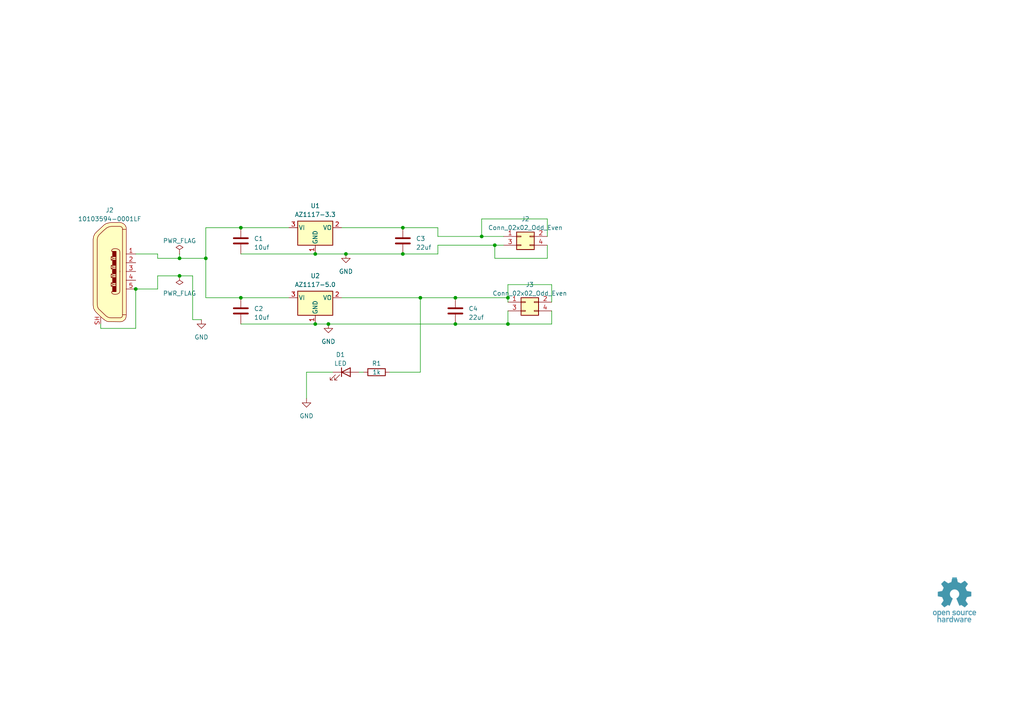
<source format=kicad_sch>
(kicad_sch (version 20220126) (generator eeschema)
  (paper "A4")
  (title_block (title "breadboard") (date "2022-09-05") (company "company"))
  (lib_symbols
    (symbol "Connector_Generic:Conn_02x02_Odd_Even" (pin_names (offset 1.016) hide)
      (property "Reference" "J" (at 1.27 2.54 0))
      (property "Value" "Conn_02x02_Odd_Even" (at 1.27 -5.08 0))
      (symbol "Conn_02x02_Odd_Even_1_1"
        (rectangle (start -1.27 -2.413) (end 0 -2.667) (stroke (width 0.1524)))
        (rectangle (start -1.27 0.127) (end 0 -0.127) (stroke (width 0.1524)))
        (rectangle (start -1.27 1.27) (end 3.81 -3.81) (stroke (width 0.254)) (fill (type background)))
        (rectangle (start 3.81 -2.413) (end 2.54 -2.667) (stroke (width 0.1524)))
        (rectangle (start 3.81 0.127) (end 2.54 -0.127) (stroke (width 0.1524)))
        (pin passive line (at -5.08 0 0) (length 3.81) (name "Pin_1") (number "1"))
        (pin passive line (at 7.62 0 180) (length 3.81) (name "Pin_2") (number "2"))
        (pin passive line (at -5.08 -2.54 0) (length 3.81) (name "Pin_3") (number "3"))
        (pin passive line (at 7.62 -2.54 180) (length 3.81) (name "Pin_4") (number "4"))
      )
    )
    (symbol "Device:C" (pin_numbers hide) (pin_names (offset 0.254))
      (property "Reference" "C" (at 0.635 2.54 0))
      (property "Value" "C" (at 0.635 -2.54 0))
      (symbol "C_0_1"
        (polyline (pts (xy -2.032 -0.762) (xy 2.032 -0.762)) (stroke (width 0.508)))
        (polyline (pts (xy -2.032 0.762) (xy 2.032 0.762)) (stroke (width 0.508)))
      )
      (symbol "C_1_1"
        (pin passive line (at 0 3.81 270) (length 2.794) (name "~") (number "1"))
        (pin passive line (at 0 -3.81 90) (length 2.794) (name "~") (number "2"))
      )
    )
    (symbol "Device:LED" (pin_numbers hide) (pin_names (offset 1.016) hide)
      (property "Reference" "D" (at 0 2.54 0))
      (property "Value" "LED" (at 0 -2.54 0))
      (symbol "LED_0_1"
        (polyline (pts (xy -1.27 -1.27) (xy -1.27 1.27)) (stroke (width 0.254)))
        (polyline (pts (xy -1.27 0) (xy 1.27 0)))
        (polyline (pts (xy 1.27 -1.27) (xy 1.27 1.27) (xy -1.27 0) (xy 1.27 -1.27)) (stroke (width 0.254)))
        (polyline (pts (xy -3.048 -0.762) (xy -4.572 -2.286) (xy -3.81 -2.286) (xy -4.572 -2.286) (xy -4.572 -1.524)))
        (polyline (pts (xy -1.778 -0.762) (xy -3.302 -2.286) (xy -2.54 -2.286) (xy -3.302 -2.286) (xy -3.302 -1.524)))
      )
      (symbol "LED_1_1"
        (pin passive line (at -3.81 0 0) (length 2.54) (name "K") (number "1"))
        (pin passive line (at 3.81 0 180) (length 2.54) (name "A") (number "2"))
      )
    )
    (symbol "Device:R" (pin_numbers hide) (pin_names (offset 0))
      (property "Reference" "R" (at 2.032 0 90))
      (property "Value" "R" (at 0 0 90))
      (symbol "R_0_1"
        (rectangle (start -1.016 -2.54) (end 1.016 2.54) (stroke (width 0.254)))
      )
      (symbol "R_1_1"
        (pin passive line (at 0 3.81 270) (length 1.27) (name "~") (number "1"))
        (pin passive line (at 0 -3.81 90) (length 1.27) (name "~") (number "2"))
      )
    )
    (symbol "Regulator_Linear:AZ1117-3.3" (pin_names (offset 0.254))
      (property "Reference" "U" (at -3.81 3.175 0))
      (property "Value" "AZ1117-3.3" (at 0 3.175 0))
      (symbol "AZ1117-3.3_0_1"
        (rectangle (start -5.08 1.905) (end 5.08 -5.08) (stroke (width 0.254)) (fill (type background)))
      )
      (symbol "AZ1117-3.3_1_1"
        (pin power_in line (at 0 -7.62 90) (length 2.54) (name "GND") (number "1"))
        (pin power_out line (at 7.62 0 180) (length 2.54) (name "VO") (number "2"))
        (pin power_in line (at -7.62 0 0) (length 2.54) (name "VI") (number "3"))
      )
    )
    (symbol "Regulator_Linear:AZ1117-5.0" (pin_names (offset 0.254))
      (property "Reference" "U" (at -3.81 3.175 0))
      (property "Value" "AZ1117-5.0" (at 0 3.175 0))
      (symbol "AZ1117-5.0_0_1"
        (rectangle (start -5.08 1.905) (end 5.08 -5.08) (stroke (width 0.254)) (fill (type background)))
      )
      (symbol "AZ1117-5.0_1_1"
        (pin power_in line (at 0 -7.62 90) (length 2.54) (name "GND") (number "1"))
        (pin power_out line (at 7.62 0 180) (length 2.54) (name "VO") (number "2"))
        (pin power_in line (at -7.62 0 0) (length 2.54) (name "VI") (number "3"))
      )
    )
    (symbol "dk_USB-DVI-HDMI-Connectors:10103594-0001LF" (pin_names (offset 1.016))
      (property "Reference" "J" (at -6.35 12.7 0))
      (property "Value" "10103594-0001LF" (at -7.62 -15.24 90))
      (symbol "10103594-0001LF_1_1"
        (rectangle (start -0.381 -4.318) (end 0.635 -5.842) (fill (type outline)))
        (rectangle (start -0.381 -3.302) (end 0.635 -1.778) (fill (type outline)))
        (rectangle (start -0.381 -0.635) (end 0.635 0.381) (fill (type outline)))
        (rectangle (start -0.381 0.635) (end 0.635 -0.381) (fill (type outline)))
        (rectangle (start -0.381 3.302) (end 0.635 1.778) (fill (type outline)))
        (rectangle (start -0.381 4.318) (end 0.635 5.842) (fill (type outline)))
        (polyline (pts (xy 2.5146 12.2428) (xy 2.5146 -12.5476)))
        (polyline (pts (xy -0.7874 -4.2926) (xy -0.7874 -3.2766) (xy 0.6096 -3.2766) (xy 0.6096 -4.2926) (xy -0.7874 -4.2926) (xy -0.1524 -3.7846) (xy -0.7874 -3.2766) (xy 0.6096 -3.2766) (xy 0.6096 -3.7846) (xy -0.1524 -3.7846)))
        (polyline (pts (xy -0.7874 -1.7526) (xy -0.7874 -0.7366) (xy 0.6096 -0.7366) (xy 0.6096 -1.7526) (xy -0.7874 -1.7526) (xy -0.1524 -1.2446) (xy -0.7874 -0.7366) (xy 0.6096 -0.7366) (xy 0.6096 -1.2446) (xy -0.1524 -1.2446)))
        (polyline (pts (xy -0.7874 1.7526) (xy -0.7874 0.7366) (xy 0.6096 0.7366) (xy 0.6096 1.7526) (xy -0.7874 1.7526) (xy -0.1524 1.2446) (xy -0.7874 0.7366) (xy 0.6096 0.7366) (xy 0.6096 1.2446) (xy -0.1524 1.2446)))
        (polyline (pts (xy -0.7874 4.2926) (xy -0.7874 3.2766) (xy 0.6096 3.2766) (xy 0.6096 4.2926) (xy -0.7874 4.2926) (xy -0.1524 3.7846) (xy -0.7874 3.2766) (xy 0.6096 3.2766) (xy 0.6096 3.7846) (xy -0.1524 3.7846)))
        (polyline (pts (xy 0.635 -0.0254) (xy 0.635 5.842) (xy -0.635 5.842) (xy -0.635 6.1468) (xy -0.4572 6.4262) (xy -0.0762 6.5786) (xy 0.381 6.6294) (xy 0.9906 6.5532) (xy 1.4478 6.3246) (xy 1.6764 6.0706) (xy 1.7526 5.6388) (xy 1.7526 4.8006) (xy 1.7526 -0.127)))
        (polyline (pts (xy 0.635 0.0254) (xy 0.635 -5.842) (xy -0.635 -5.842) (xy -0.635 -6.1468) (xy -0.4572 -6.4262) (xy -0.0762 -6.5786) (xy 0.381 -6.6294) (xy 0.9906 -6.5532) (xy 1.4478 -6.3246) (xy 1.6764 -6.0706) (xy 1.7526 -5.6388) (xy 1.7526 -4.8006) (xy 1.7526 0.127)))
        (polyline (pts (xy 3.5814 -12.5476) (xy 2.5654 -12.5476) (xy 2.5146 -12.5476) (xy 2.5146 -12.9032) (xy 2.3368 -13.2334) (xy 2.159 -13.3604) (xy 1.9558 -13.4366) (xy -0.8128 -13.4366) (xy -1.2192 -13.4112) (xy -1.6002 -13.3096) (xy -1.9304 -13.1318) (xy -2.2606 -12.9032) (xy -4.4196 -10.8458) (xy -4.6736 -10.3886) (xy -4.8006 -9.779) (xy -4.826 -8.636) (xy -4.826 9.2202) (xy -4.8006 9.4234) (xy -4.7244 9.8298) (xy -4.572 10.1854) (xy -4.2926 10.6172) (xy -3.0226 11.8364) (xy -2.1336 12.5984) (xy -1.6002 12.8778) (xy -1.1938 13.0048) (xy -0.6604 13.081) (xy 1.8034 13.081) (xy 2.0574 13.0048) (xy 2.3114 12.8524) (xy 2.5146 12.5222) (xy 2.5146 12.2174) (xy 3.5814 12.2174)))
        (polyline (pts (xy 3.5814 -11.4808) (xy 3.5814 -12.8016) (xy 3.5052 -13.4366) (xy 3.302 -13.8684) (xy 2.7686 -14.3256) (xy 2.3114 -14.5288) (xy 1.8288 -14.605) (xy -1.5494 -14.5542) (xy -1.9812 -14.4526) (xy -2.5146 -14.1986) (xy -3.4798 -13.4366) (xy -4.826 -12.1412) (xy -5.2832 -11.6586) (xy -5.6388 -11.1506) (xy -5.8928 -10.5918) (xy -6.0198 -9.7536) (xy -6.0198 9.3726) (xy -5.8674 10.0838) (xy -5.7404 10.4648) (xy -5.4864 10.9728) (xy -4.8768 11.6078) (xy -2.7178 13.589) (xy -2.2352 13.8684) (xy -1.8288 14.0208) (xy -1.1938 14.1224) (xy -0.7112 14.1732) (xy 2.0066 14.1732) (xy 2.4892 14.0208) (xy 2.9464 13.7414) (xy 3.175 13.5128) (xy 3.429 13.1572) (xy 3.556 12.8524) (xy 3.5814 12.446) (xy 3.5814 -11.5062)) (fill (type background)))
        (pin passive line (at 6.35 5.08 180) (length 2.794) (name "~") (number "1"))
        (pin passive line (at 6.35 2.54 180) (length 2.794) (name "~") (number "2"))
        (pin passive line (at 6.35 0 180) (length 2.794) (name "~") (number "3"))
        (pin passive line (at 6.35 -2.54 180) (length 2.794) (name "~") (number "4"))
        (pin passive line (at 6.35 -5.08 180) (length 2.794) (name "~") (number "5"))
        (pin passive line (at -3.81 -15.24 90) (length 2.032) (name "~") (number "SH"))
      )
    )
    (symbol "power:GND" (power) (pin_names (offset 0))
      (property "Value" "GND" (at 0 -3.81 0))
      (symbol "GND_0_1"
        (polyline (pts (xy 0 0) (xy 0 -1.27) (xy 1.27 -1.27) (xy 0 -2.54) (xy -1.27 -1.27) (xy 0 -1.27)))
      )
      (symbol "GND_1_1"
        (pin power_in line (at 0 0 270) (length 0) hide (name "GND") (number "1"))
      )
    )
    (symbol "power:PWR_FLAG" (power) (pin_numbers hide) (pin_names (offset 0) hide)
      (property "Value" "PWR_FLAG" (at 0 3.81 0))
      (symbol "PWR_FLAG_0_0"
        (pin power_out line (at 0 0 90) (length 0) (name "pwr") (number "1"))
      )
      (symbol "PWR_FLAG_0_1"
        (polyline (pts (xy 0 0) (xy 0 1.27) (xy -1.016 1.905) (xy 0 2.54) (xy 1.016 1.905) (xy 0 1.27)))
      )
    )
  )
  (junction (at 116.84 66.04))
  (junction (at 100.33 73.66))
  (junction (at 139.7 68.58))
  (junction (at 121.92 86.36))
  (junction (at 39.37 83.82))
  (junction (at 91.44 93.98))
  (junction (at 59.69 74.93))
  (junction (at 147.32 86.36))
  (junction (at 147.32 93.98))
  (junction (at 91.44 73.66))
  (junction (at 69.85 86.36))
  (junction (at 52.07 80.01))
  (junction (at 143.51 71.12))
  (junction (at 132.08 86.36))
  (junction (at 69.85 66.04))
  (junction (at 95.25 93.98))
  (junction (at 52.07 74.93))
  (junction (at 116.84 73.66))
  (junction (at 132.08 93.98))
  (wire (pts (xy 113.03 107.95) (xy 121.92 107.95)))
  (wire (pts (xy 69.85 86.36) (xy 83.82 86.36)))
  (wire (pts (xy 146.05 68.58) (xy 139.7 68.58)))
  (wire (pts (xy 59.69 66.04) (xy 59.69 74.93)))
  (wire (pts (xy 143.51 74.93) (xy 158.75 74.93)))
  (wire (pts (xy 39.37 73.66) (xy 45.72 73.66)))
  (wire (pts (xy 99.06 66.04) (xy 116.84 66.04)))
  (wire (pts (xy 59.69 74.93) (xy 59.69 86.36)))
  (wire (pts (xy 88.9 107.95) (xy 88.9 115.57)))
  (wire (pts (xy 55.88 92.71) (xy 58.42 92.71)))
  (wire (pts (xy 39.37 83.82) (xy 45.72 83.82)))
  (wire (pts (xy 99.06 86.36) (xy 121.92 86.36)))
  (wire (pts (xy 160.02 93.98) (xy 147.32 93.98)))
  (wire (pts (xy 158.75 74.93) (xy 158.75 71.12)))
  (wire (pts (xy 52.07 73.66) (xy 52.07 74.93)))
  (wire (pts (xy 69.85 66.04) (xy 83.82 66.04)))
  (wire (pts (xy 132.08 93.98) (xy 147.32 93.98)))
  (wire (pts (xy 121.92 107.95) (xy 121.92 86.36)))
  (wire (pts (xy 45.72 73.66) (xy 45.72 74.93)))
  (wire (pts (xy 160.02 82.55) (xy 160.02 87.63)))
  (wire (pts (xy 132.08 86.36) (xy 147.32 86.36)))
  (wire (pts (xy 143.51 71.12) (xy 143.51 74.93)))
  (wire (pts (xy 158.75 68.58) (xy 158.75 63.5)))
  (wire (pts (xy 91.44 93.98) (xy 95.25 93.98)))
  (wire (pts (xy 100.33 73.66) (xy 116.84 73.66)))
  (wire (pts (xy 139.7 63.5) (xy 139.7 68.58)))
  (wire (pts (xy 55.88 80.01) (xy 55.88 92.71)))
  (wire (pts (xy 116.84 66.04) (xy 127 66.04)))
  (wire (pts (xy 147.32 86.36) (xy 147.32 87.63)))
  (wire (pts (xy 146.05 71.12) (xy 143.51 71.12)))
  (wire (pts (xy 91.44 73.66) (xy 100.33 73.66)))
  (wire (pts (xy 69.85 93.98) (xy 91.44 93.98)))
  (wire (pts (xy 69.85 66.04) (xy 59.69 66.04)))
  (wire (pts (xy 139.7 68.58) (xy 127 68.58)))
  (wire (pts (xy 52.07 74.93) (xy 59.69 74.93)))
  (wire (pts (xy 95.25 93.98) (xy 132.08 93.98)))
  (wire (pts (xy 45.72 74.93) (xy 52.07 74.93)))
  (wire (pts (xy 96.52 107.95) (xy 88.9 107.95)))
  (wire (pts (xy 160.02 90.17) (xy 160.02 93.98)))
  (wire (pts (xy 147.32 86.36) (xy 147.32 82.55)))
  (wire (pts (xy 69.85 73.66) (xy 91.44 73.66)))
  (wire (pts (xy 45.72 80.01) (xy 52.07 80.01)))
  (wire (pts (xy 127 73.66) (xy 116.84 73.66)))
  (wire (pts (xy 52.07 80.01) (xy 55.88 80.01)))
  (wire (pts (xy 45.72 83.82) (xy 45.72 80.01)))
  (wire (pts (xy 158.75 63.5) (xy 139.7 63.5)))
  (wire (pts (xy 143.51 71.12) (xy 127 71.12)))
  (wire (pts (xy 59.69 86.36) (xy 69.85 86.36)))
  (wire (pts (xy 127 71.12) (xy 127 73.66)))
  (wire (pts (xy 121.92 86.36) (xy 132.08 86.36)))
  (wire (pts (xy 39.37 83.82) (xy 39.37 95.25)))
  (wire (pts (xy 39.37 95.25) (xy 29.21 95.25)))
  (wire (pts (xy 147.32 90.17) (xy 147.32 93.98)))
  (wire (pts (xy 147.32 82.55) (xy 160.02 82.55)))
  (wire (pts (xy 104.14 107.95) (xy 105.41 107.95)))
  (wire (pts (xy 127 68.58) (xy 127 66.04)))
  (wire (pts (xy 29.21 95.25) (xy 29.21 93.98)))
  (image (at 276.86 173.99) (scale 1.24016))
  (symbol (lib_id "power:PWR_FLAG") (at 52.07 80.01 180) (unit 1)
    (property "Reference" "#FLG0102" (effects hide))
    (property "Value" "PWR_FLAG" (at 52.07 85.09 0))
  )
  (symbol (lib_id "power:GND") (at 95.25 93.98 0) (unit 1)
    (property "Reference" "#PWR0102" (effects hide))
    (property "Value" "GND" (at 95.25 99.06 0))
  )
  (symbol (lib_id "power:GND") (at 100.33 73.66 0) (unit 1)
    (property "Reference" "#PWR0103" (effects hide))
    (property "Value" "GND" (at 100.33 78.74 0))
  )
  (symbol (lib_id "Regulator_Linear:AZ1117-3.3") (at 91.44 66.04 0) (unit 1)
    (property "Reference" "U1" (at 91.44 59.69 0))
    (property "Value" "AZ1117-3.3" (at 91.44 62.23 0))
    (property "Footprint" "Package_TO_SOT_SMD:SOT-223-3_TabPin2" (effects hide))
    (property "Datasheet" "https://www.diodes.com/assets/Datasheets/AZ1117.pdf" (effects hide))
  )
  (symbol (lib_id "Connector_Generic:Conn_02x02_Odd_Even") (at 152.4 87.63 0) (unit 1)
    (property "Reference" "J3" (at 153.67 82.55 0))
    (property "Value" "Conn_02x02_Odd_Even" (at 153.67 85.09 0))
    (property "Footprint" "Connector_PinHeader_2.54mm:PinHeader_2x02_P2.54mm_Vertical" (effects hide))
  )
  (symbol (lib_id "Device:C") (at 116.84 69.85 0) (unit 1)
    (property "Reference" "C3" (at 120.65 69.215 0) (effects (justify left)))
    (property "Value" "22uf" (at 120.65 71.755 0) (effects (justify left)))
    (property "Footprint" "Capacitor_SMD:C_0805_2012Metric_Pad1.18x1.45mm_HandSolder" (effects hide))
  )
  (symbol (lib_id "Regulator_Linear:AZ1117-5.0") (at 91.44 86.36 0) (unit 1)
    (property "Reference" "U2" (at 91.44 80.01 0))
    (property "Value" "AZ1117-5.0" (at 91.44 82.55 0))
    (property "Footprint" "Package_TO_SOT_SMD:SOT-223-3_TabPin2" (effects hide))
    (property "Datasheet" "https://www.diodes.com/assets/Datasheets/AZ1117.pdf" (effects hide))
  )
  (symbol (lib_id "dk_USB-DVI-HDMI-Connectors:10103594-0001LF") (at 33.02 78.74 0) (unit 1)
    (property "Reference" "J2" (at 31.8008 60.96 0))
    (property "Value" "10103594-0001LF" (at 31.8008 63.5 0))
    (property "Footprint" "digikey-footprints:USB_Micro_B_Female_10103594-0001LF" (effects hide))
    (property "Datasheet" "https://cdn.amphenol-icc.com/media/wysiwyg/files/drawing/10103594.pdf" (effects hide))
    (property "Digi-Key_PN" "609-4050-1-ND" (effects hide))
    (property "MPN" "10103594-0001LF" (effects hide))
    (property "Category" "Connectors, Interconnects" (effects hide))
    (property "Family" "USB, DVI, HDMI Connectors" (effects hide))
    (property "DK_Datasheet_Link" "https://cdn.amphenol-icc.com/media/wysiwyg/files/drawing/10103594.pdf" (effects hide))
    (property "DK_Detail_Page" "/product-detail/en/amphenol-icc-fci/10103594-0001LF/609-4050-1-ND/2350357" (effects hide))
    (property "Description" "CONN RCPT USB2.0 MICRO B SMD R/A" (effects hide))
    (property "Manufacturer" "Amphenol ICC (FCI)" (effects hide))
    (property "Status" "Active" (effects hide))
  )
  (symbol (lib_id "Device:C") (at 132.08 90.17 0) (unit 1)
    (property "Reference" "C4" (at 135.89 89.535 0) (effects (justify left)))
    (property "Value" "22uf" (at 135.89 92.075 0) (effects (justify left)))
    (property "Footprint" "Capacitor_SMD:C_0805_2012Metric_Pad1.18x1.45mm_HandSolder" (effects hide))
  )
  (symbol (lib_id "Device:LED") (at 100.33 107.95 0) (unit 1)
    (property "Reference" "D1" (at 98.7425 102.87 0))
    (property "Value" "LED" (at 98.7425 105.41 0))
    (property "Footprint" "LED_THT:LED_D3.0mm" (effects hide))
  )
  (symbol (lib_id "Device:C") (at 69.85 90.17 0) (unit 1)
    (property "Reference" "C2" (at 73.66 89.535 0) (effects (justify left)))
    (property "Value" "10uf" (at 73.66 92.075 0) (effects (justify left)))
    (property "Footprint" "Capacitor_SMD:C_0805_2012Metric_Pad1.18x1.45mm_HandSolder" (effects hide))
  )
  (symbol (lib_id "Device:R") (at 109.22 107.95 90) (unit 1)
    (property "Reference" "R1" (at 109.22 105.41 90))
    (property "Value" "1k" (at 109.22 107.95 90))
    (property "Footprint" "Resistor_SMD:R_0805_2012Metric_Pad1.20x1.40mm_HandSolder" (effects hide))
  )
  (symbol (lib_id "power:GND") (at 88.9 115.57 0) (unit 1)
    (property "Reference" "#PWR0104" (effects hide))
    (property "Value" "GND" (at 88.9 120.65 0))
  )
  (symbol (lib_id "Connector_Generic:Conn_02x02_Odd_Even") (at 151.13 68.58 0) (unit 1)
    (property "Reference" "J2" (at 152.4 63.5 0))
    (property "Value" "Conn_02x02_Odd_Even" (at 152.4 66.04 0))
    (property "Footprint" "Connector_PinHeader_2.54mm:PinHeader_2x02_P2.54mm_Vertical" (effects hide))
  )
  (symbol (lib_id "Device:C") (at 69.85 69.85 0) (unit 1)
    (property "Reference" "C1" (at 73.66 69.215 0) (effects (justify left)))
    (property "Value" "10uf" (at 73.66 71.755 0) (effects (justify left)))
    (property "Footprint" "Capacitor_SMD:C_0805_2012Metric_Pad1.18x1.45mm_HandSolder" (effects hide))
  )
  (symbol (lib_id "power:GND") (at 58.42 92.71 0) (unit 1)
    (property "Reference" "#PWR0101" (effects hide))
    (property "Value" "GND" (at 58.42 97.79 0))
  )
  (symbol (lib_id "power:PWR_FLAG") (at 52.07 73.66 0) (unit 1)
    (property "Reference" "#FLG0101" (effects hide))
    (property "Value" "PWR_FLAG" (at 52.07 69.85 0))
  )
)
</source>
